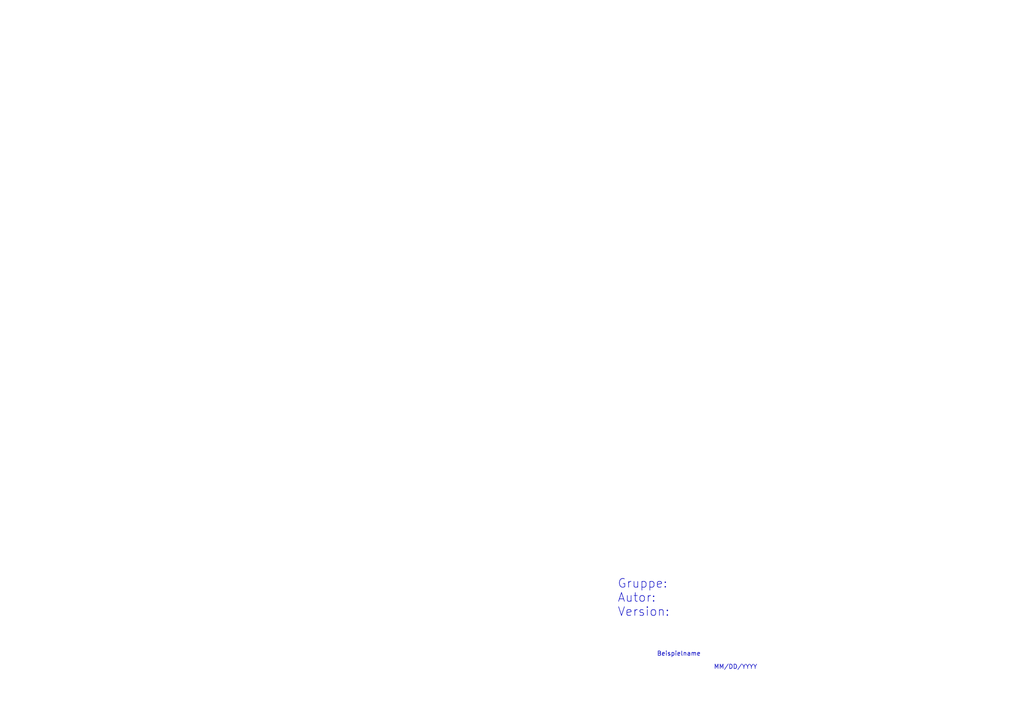
<source format=kicad_sch>
(kicad_sch
	(version 20250114)
	(generator "eeschema")
	(generator_version "9.0")
	(uuid "cd65e14d-3f52-4bd1-8452-4c717806c7ff")
	(paper "A4")
	(lib_symbols)
	(text "Gruppe:\nAutor:\nVersion:"
		(exclude_from_sim no)
		(at 179.07 179.07 0)
		(effects
			(font
				(size 2.54 2.54)
			)
			(justify left bottom)
		)
		(uuid "7e6e9719-861f-4e27-b728-d6d0f4f6a66d")
	)
	(text "Beispielname"
		(exclude_from_sim no)
		(at 190.5 190.5 0)
		(effects
			(font
				(size 1.27 1.27)
			)
			(justify left bottom)
		)
		(uuid "921bd0bc-f48a-4ce6-b743-abed055faf37")
	)
	(text "MM/DD/YYYY"
		(exclude_from_sim no)
		(at 207.01 194.31 0)
		(effects
			(font
				(size 1.27 1.27)
			)
			(justify left bottom)
		)
		(uuid "e59507e6-f486-4cca-b54e-1de8e7d866dc")
	)
	(sheet_instances
		(path "/"
			(page "1")
		)
	)
	(embedded_fonts no)
)

</source>
